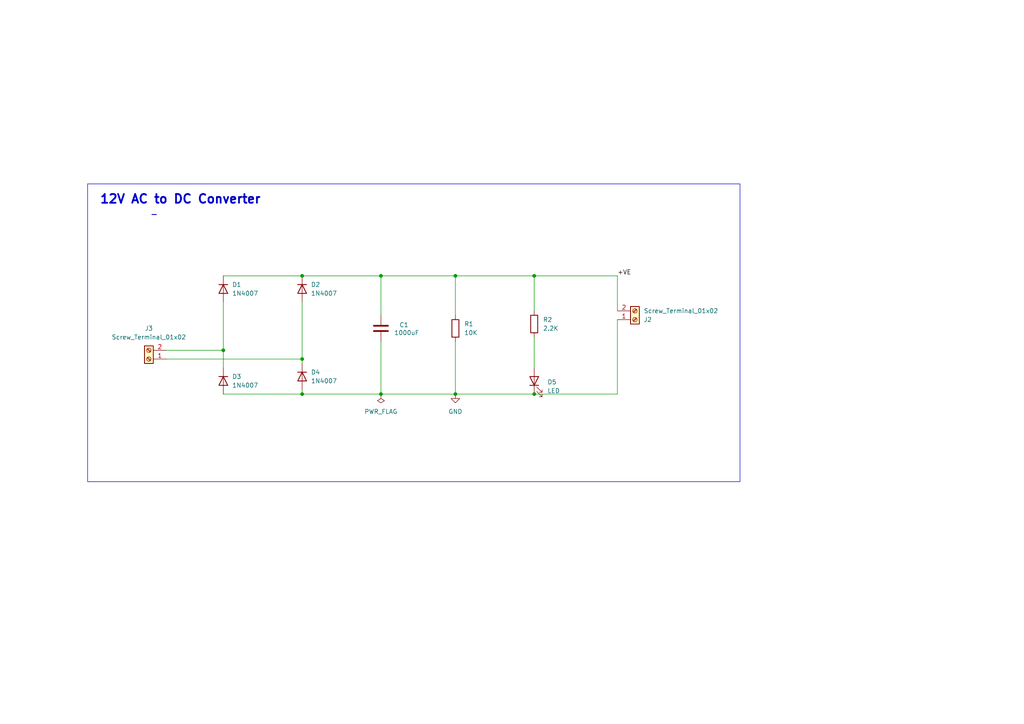
<source format=kicad_sch>
(kicad_sch
	(version 20250114)
	(generator "eeschema")
	(generator_version "9.0")
	(uuid "c9f33882-4367-4e72-8c90-9d623566e789")
	(paper "A4")
	(title_block
		(title "AC to DC converter circuit ")
		(date "2025-06-17")
		(company "DigiToad")
		(comment 1 "Design By - Engineer Kritika")
	)
	(lib_symbols
		(symbol "Connector:Screw_Terminal_01x02"
			(pin_names
				(offset 1.016)
				(hide yes)
			)
			(exclude_from_sim no)
			(in_bom yes)
			(on_board yes)
			(property "Reference" "J"
				(at 0 2.54 0)
				(effects
					(font
						(size 1.27 1.27)
					)
				)
			)
			(property "Value" "Screw_Terminal_01x02"
				(at 0 -5.08 0)
				(effects
					(font
						(size 1.27 1.27)
					)
				)
			)
			(property "Footprint" ""
				(at 0 0 0)
				(effects
					(font
						(size 1.27 1.27)
					)
					(hide yes)
				)
			)
			(property "Datasheet" "~"
				(at 0 0 0)
				(effects
					(font
						(size 1.27 1.27)
					)
					(hide yes)
				)
			)
			(property "Description" "Generic screw terminal, single row, 01x02, script generated (kicad-library-utils/schlib/autogen/connector/)"
				(at 0 0 0)
				(effects
					(font
						(size 1.27 1.27)
					)
					(hide yes)
				)
			)
			(property "ki_keywords" "screw terminal"
				(at 0 0 0)
				(effects
					(font
						(size 1.27 1.27)
					)
					(hide yes)
				)
			)
			(property "ki_fp_filters" "TerminalBlock*:*"
				(at 0 0 0)
				(effects
					(font
						(size 1.27 1.27)
					)
					(hide yes)
				)
			)
			(symbol "Screw_Terminal_01x02_1_1"
				(rectangle
					(start -1.27 1.27)
					(end 1.27 -3.81)
					(stroke
						(width 0.254)
						(type default)
					)
					(fill
						(type background)
					)
				)
				(polyline
					(pts
						(xy -0.5334 0.3302) (xy 0.3302 -0.508)
					)
					(stroke
						(width 0.1524)
						(type default)
					)
					(fill
						(type none)
					)
				)
				(polyline
					(pts
						(xy -0.5334 -2.2098) (xy 0.3302 -3.048)
					)
					(stroke
						(width 0.1524)
						(type default)
					)
					(fill
						(type none)
					)
				)
				(polyline
					(pts
						(xy -0.3556 0.508) (xy 0.508 -0.3302)
					)
					(stroke
						(width 0.1524)
						(type default)
					)
					(fill
						(type none)
					)
				)
				(polyline
					(pts
						(xy -0.3556 -2.032) (xy 0.508 -2.8702)
					)
					(stroke
						(width 0.1524)
						(type default)
					)
					(fill
						(type none)
					)
				)
				(circle
					(center 0 0)
					(radius 0.635)
					(stroke
						(width 0.1524)
						(type default)
					)
					(fill
						(type none)
					)
				)
				(circle
					(center 0 -2.54)
					(radius 0.635)
					(stroke
						(width 0.1524)
						(type default)
					)
					(fill
						(type none)
					)
				)
				(pin passive line
					(at -5.08 0 0)
					(length 3.81)
					(name "Pin_1"
						(effects
							(font
								(size 1.27 1.27)
							)
						)
					)
					(number "1"
						(effects
							(font
								(size 1.27 1.27)
							)
						)
					)
				)
				(pin passive line
					(at -5.08 -2.54 0)
					(length 3.81)
					(name "Pin_2"
						(effects
							(font
								(size 1.27 1.27)
							)
						)
					)
					(number "2"
						(effects
							(font
								(size 1.27 1.27)
							)
						)
					)
				)
			)
			(embedded_fonts no)
		)
		(symbol "Device:C"
			(pin_numbers
				(hide yes)
			)
			(pin_names
				(offset 0.254)
			)
			(exclude_from_sim no)
			(in_bom yes)
			(on_board yes)
			(property "Reference" "C"
				(at 0.635 2.54 0)
				(effects
					(font
						(size 1.27 1.27)
					)
					(justify left)
				)
			)
			(property "Value" "C"
				(at 0.635 -2.54 0)
				(effects
					(font
						(size 1.27 1.27)
					)
					(justify left)
				)
			)
			(property "Footprint" ""
				(at 0.9652 -3.81 0)
				(effects
					(font
						(size 1.27 1.27)
					)
					(hide yes)
				)
			)
			(property "Datasheet" "~"
				(at 0 0 0)
				(effects
					(font
						(size 1.27 1.27)
					)
					(hide yes)
				)
			)
			(property "Description" "Unpolarized capacitor"
				(at 0 0 0)
				(effects
					(font
						(size 1.27 1.27)
					)
					(hide yes)
				)
			)
			(property "ki_keywords" "cap capacitor"
				(at 0 0 0)
				(effects
					(font
						(size 1.27 1.27)
					)
					(hide yes)
				)
			)
			(property "ki_fp_filters" "C_*"
				(at 0 0 0)
				(effects
					(font
						(size 1.27 1.27)
					)
					(hide yes)
				)
			)
			(symbol "C_0_1"
				(polyline
					(pts
						(xy -2.032 0.762) (xy 2.032 0.762)
					)
					(stroke
						(width 0.508)
						(type default)
					)
					(fill
						(type none)
					)
				)
				(polyline
					(pts
						(xy -2.032 -0.762) (xy 2.032 -0.762)
					)
					(stroke
						(width 0.508)
						(type default)
					)
					(fill
						(type none)
					)
				)
			)
			(symbol "C_1_1"
				(pin passive line
					(at 0 3.81 270)
					(length 2.794)
					(name "~"
						(effects
							(font
								(size 1.27 1.27)
							)
						)
					)
					(number "1"
						(effects
							(font
								(size 1.27 1.27)
							)
						)
					)
				)
				(pin passive line
					(at 0 -3.81 90)
					(length 2.794)
					(name "~"
						(effects
							(font
								(size 1.27 1.27)
							)
						)
					)
					(number "2"
						(effects
							(font
								(size 1.27 1.27)
							)
						)
					)
				)
			)
			(embedded_fonts no)
		)
		(symbol "Device:LED"
			(pin_numbers
				(hide yes)
			)
			(pin_names
				(offset 1.016)
				(hide yes)
			)
			(exclude_from_sim no)
			(in_bom yes)
			(on_board yes)
			(property "Reference" "D"
				(at 0 2.54 0)
				(effects
					(font
						(size 1.27 1.27)
					)
				)
			)
			(property "Value" "LED"
				(at 0 -2.54 0)
				(effects
					(font
						(size 1.27 1.27)
					)
				)
			)
			(property "Footprint" ""
				(at 0 0 0)
				(effects
					(font
						(size 1.27 1.27)
					)
					(hide yes)
				)
			)
			(property "Datasheet" "~"
				(at 0 0 0)
				(effects
					(font
						(size 1.27 1.27)
					)
					(hide yes)
				)
			)
			(property "Description" "Light emitting diode"
				(at 0 0 0)
				(effects
					(font
						(size 1.27 1.27)
					)
					(hide yes)
				)
			)
			(property "Sim.Pins" "1=K 2=A"
				(at 0 0 0)
				(effects
					(font
						(size 1.27 1.27)
					)
					(hide yes)
				)
			)
			(property "ki_keywords" "LED diode"
				(at 0 0 0)
				(effects
					(font
						(size 1.27 1.27)
					)
					(hide yes)
				)
			)
			(property "ki_fp_filters" "LED* LED_SMD:* LED_THT:*"
				(at 0 0 0)
				(effects
					(font
						(size 1.27 1.27)
					)
					(hide yes)
				)
			)
			(symbol "LED_0_1"
				(polyline
					(pts
						(xy -3.048 -0.762) (xy -4.572 -2.286) (xy -3.81 -2.286) (xy -4.572 -2.286) (xy -4.572 -1.524)
					)
					(stroke
						(width 0)
						(type default)
					)
					(fill
						(type none)
					)
				)
				(polyline
					(pts
						(xy -1.778 -0.762) (xy -3.302 -2.286) (xy -2.54 -2.286) (xy -3.302 -2.286) (xy -3.302 -1.524)
					)
					(stroke
						(width 0)
						(type default)
					)
					(fill
						(type none)
					)
				)
				(polyline
					(pts
						(xy -1.27 0) (xy 1.27 0)
					)
					(stroke
						(width 0)
						(type default)
					)
					(fill
						(type none)
					)
				)
				(polyline
					(pts
						(xy -1.27 -1.27) (xy -1.27 1.27)
					)
					(stroke
						(width 0.254)
						(type default)
					)
					(fill
						(type none)
					)
				)
				(polyline
					(pts
						(xy 1.27 -1.27) (xy 1.27 1.27) (xy -1.27 0) (xy 1.27 -1.27)
					)
					(stroke
						(width 0.254)
						(type default)
					)
					(fill
						(type none)
					)
				)
			)
			(symbol "LED_1_1"
				(pin passive line
					(at -3.81 0 0)
					(length 2.54)
					(name "K"
						(effects
							(font
								(size 1.27 1.27)
							)
						)
					)
					(number "1"
						(effects
							(font
								(size 1.27 1.27)
							)
						)
					)
				)
				(pin passive line
					(at 3.81 0 180)
					(length 2.54)
					(name "A"
						(effects
							(font
								(size 1.27 1.27)
							)
						)
					)
					(number "2"
						(effects
							(font
								(size 1.27 1.27)
							)
						)
					)
				)
			)
			(embedded_fonts no)
		)
		(symbol "Device:R"
			(pin_numbers
				(hide yes)
			)
			(pin_names
				(offset 0)
			)
			(exclude_from_sim no)
			(in_bom yes)
			(on_board yes)
			(property "Reference" "R"
				(at 2.032 0 90)
				(effects
					(font
						(size 1.27 1.27)
					)
				)
			)
			(property "Value" "R"
				(at 0 0 90)
				(effects
					(font
						(size 1.27 1.27)
					)
				)
			)
			(property "Footprint" ""
				(at -1.778 0 90)
				(effects
					(font
						(size 1.27 1.27)
					)
					(hide yes)
				)
			)
			(property "Datasheet" "~"
				(at 0 0 0)
				(effects
					(font
						(size 1.27 1.27)
					)
					(hide yes)
				)
			)
			(property "Description" "Resistor"
				(at 0 0 0)
				(effects
					(font
						(size 1.27 1.27)
					)
					(hide yes)
				)
			)
			(property "ki_keywords" "R res resistor"
				(at 0 0 0)
				(effects
					(font
						(size 1.27 1.27)
					)
					(hide yes)
				)
			)
			(property "ki_fp_filters" "R_*"
				(at 0 0 0)
				(effects
					(font
						(size 1.27 1.27)
					)
					(hide yes)
				)
			)
			(symbol "R_0_1"
				(rectangle
					(start -1.016 -2.54)
					(end 1.016 2.54)
					(stroke
						(width 0.254)
						(type default)
					)
					(fill
						(type none)
					)
				)
			)
			(symbol "R_1_1"
				(pin passive line
					(at 0 3.81 270)
					(length 1.27)
					(name "~"
						(effects
							(font
								(size 1.27 1.27)
							)
						)
					)
					(number "1"
						(effects
							(font
								(size 1.27 1.27)
							)
						)
					)
				)
				(pin passive line
					(at 0 -3.81 90)
					(length 1.27)
					(name "~"
						(effects
							(font
								(size 1.27 1.27)
							)
						)
					)
					(number "2"
						(effects
							(font
								(size 1.27 1.27)
							)
						)
					)
				)
			)
			(embedded_fonts no)
		)
		(symbol "Diode:1N4007"
			(pin_numbers
				(hide yes)
			)
			(pin_names
				(hide yes)
			)
			(exclude_from_sim no)
			(in_bom yes)
			(on_board yes)
			(property "Reference" "D"
				(at 0 2.54 0)
				(effects
					(font
						(size 1.27 1.27)
					)
				)
			)
			(property "Value" "1N4007"
				(at 0 -2.54 0)
				(effects
					(font
						(size 1.27 1.27)
					)
				)
			)
			(property "Footprint" "Diode_THT:D_DO-41_SOD81_P10.16mm_Horizontal"
				(at 0 -4.445 0)
				(effects
					(font
						(size 1.27 1.27)
					)
					(hide yes)
				)
			)
			(property "Datasheet" "http://www.vishay.com/docs/88503/1n4001.pdf"
				(at 0 0 0)
				(effects
					(font
						(size 1.27 1.27)
					)
					(hide yes)
				)
			)
			(property "Description" "1000V 1A General Purpose Rectifier Diode, DO-41"
				(at 0 0 0)
				(effects
					(font
						(size 1.27 1.27)
					)
					(hide yes)
				)
			)
			(property "Sim.Device" "D"
				(at 0 0 0)
				(effects
					(font
						(size 1.27 1.27)
					)
					(hide yes)
				)
			)
			(property "Sim.Pins" "1=K 2=A"
				(at 0 0 0)
				(effects
					(font
						(size 1.27 1.27)
					)
					(hide yes)
				)
			)
			(property "ki_keywords" "diode"
				(at 0 0 0)
				(effects
					(font
						(size 1.27 1.27)
					)
					(hide yes)
				)
			)
			(property "ki_fp_filters" "D*DO?41*"
				(at 0 0 0)
				(effects
					(font
						(size 1.27 1.27)
					)
					(hide yes)
				)
			)
			(symbol "1N4007_0_1"
				(polyline
					(pts
						(xy -1.27 1.27) (xy -1.27 -1.27)
					)
					(stroke
						(width 0.254)
						(type default)
					)
					(fill
						(type none)
					)
				)
				(polyline
					(pts
						(xy 1.27 1.27) (xy 1.27 -1.27) (xy -1.27 0) (xy 1.27 1.27)
					)
					(stroke
						(width 0.254)
						(type default)
					)
					(fill
						(type none)
					)
				)
				(polyline
					(pts
						(xy 1.27 0) (xy -1.27 0)
					)
					(stroke
						(width 0)
						(type default)
					)
					(fill
						(type none)
					)
				)
			)
			(symbol "1N4007_1_1"
				(pin passive line
					(at -3.81 0 0)
					(length 2.54)
					(name "K"
						(effects
							(font
								(size 1.27 1.27)
							)
						)
					)
					(number "1"
						(effects
							(font
								(size 1.27 1.27)
							)
						)
					)
				)
				(pin passive line
					(at 3.81 0 180)
					(length 2.54)
					(name "A"
						(effects
							(font
								(size 1.27 1.27)
							)
						)
					)
					(number "2"
						(effects
							(font
								(size 1.27 1.27)
							)
						)
					)
				)
			)
			(embedded_fonts no)
		)
		(symbol "power:GND"
			(power)
			(pin_numbers
				(hide yes)
			)
			(pin_names
				(offset 0)
				(hide yes)
			)
			(exclude_from_sim no)
			(in_bom yes)
			(on_board yes)
			(property "Reference" "#PWR"
				(at 0 -6.35 0)
				(effects
					(font
						(size 1.27 1.27)
					)
					(hide yes)
				)
			)
			(property "Value" "GND"
				(at 0 -3.81 0)
				(effects
					(font
						(size 1.27 1.27)
					)
				)
			)
			(property "Footprint" ""
				(at 0 0 0)
				(effects
					(font
						(size 1.27 1.27)
					)
					(hide yes)
				)
			)
			(property "Datasheet" ""
				(at 0 0 0)
				(effects
					(font
						(size 1.27 1.27)
					)
					(hide yes)
				)
			)
			(property "Description" "Power symbol creates a global label with name \"GND\" , ground"
				(at 0 0 0)
				(effects
					(font
						(size 1.27 1.27)
					)
					(hide yes)
				)
			)
			(property "ki_keywords" "global power"
				(at 0 0 0)
				(effects
					(font
						(size 1.27 1.27)
					)
					(hide yes)
				)
			)
			(symbol "GND_0_1"
				(polyline
					(pts
						(xy 0 0) (xy 0 -1.27) (xy 1.27 -1.27) (xy 0 -2.54) (xy -1.27 -1.27) (xy 0 -1.27)
					)
					(stroke
						(width 0)
						(type default)
					)
					(fill
						(type none)
					)
				)
			)
			(symbol "GND_1_1"
				(pin power_in line
					(at 0 0 270)
					(length 0)
					(name "~"
						(effects
							(font
								(size 1.27 1.27)
							)
						)
					)
					(number "1"
						(effects
							(font
								(size 1.27 1.27)
							)
						)
					)
				)
			)
			(embedded_fonts no)
		)
		(symbol "power:PWR_FLAG"
			(power)
			(pin_numbers
				(hide yes)
			)
			(pin_names
				(offset 0)
				(hide yes)
			)
			(exclude_from_sim no)
			(in_bom yes)
			(on_board yes)
			(property "Reference" "#FLG"
				(at 0 1.905 0)
				(effects
					(font
						(size 1.27 1.27)
					)
					(hide yes)
				)
			)
			(property "Value" "PWR_FLAG"
				(at 0 3.81 0)
				(effects
					(font
						(size 1.27 1.27)
					)
				)
			)
			(property "Footprint" ""
				(at 0 0 0)
				(effects
					(font
						(size 1.27 1.27)
					)
					(hide yes)
				)
			)
			(property "Datasheet" "~"
				(at 0 0 0)
				(effects
					(font
						(size 1.27 1.27)
					)
					(hide yes)
				)
			)
			(property "Description" "Special symbol for telling ERC where power comes from"
				(at 0 0 0)
				(effects
					(font
						(size 1.27 1.27)
					)
					(hide yes)
				)
			)
			(property "ki_keywords" "flag power"
				(at 0 0 0)
				(effects
					(font
						(size 1.27 1.27)
					)
					(hide yes)
				)
			)
			(symbol "PWR_FLAG_0_0"
				(pin power_out line
					(at 0 0 90)
					(length 0)
					(name "~"
						(effects
							(font
								(size 1.27 1.27)
							)
						)
					)
					(number "1"
						(effects
							(font
								(size 1.27 1.27)
							)
						)
					)
				)
			)
			(symbol "PWR_FLAG_0_1"
				(polyline
					(pts
						(xy 0 0) (xy 0 1.27) (xy -1.016 1.905) (xy 0 2.54) (xy 1.016 1.905) (xy 0 1.27)
					)
					(stroke
						(width 0)
						(type default)
					)
					(fill
						(type none)
					)
				)
			)
			(embedded_fonts no)
		)
	)
	(text "12V AC to DC converter"
		(exclude_from_sim no)
		(at 44.704 62.484 0)
		(effects
			(font
				(size 0.0762 0.0762)
				(thickness 0.254)
				(bold yes)
			)
		)
		(uuid "a3557731-6888-4679-b489-9aaad061921c")
	)
	(text "12V AC to DC Converter"
		(exclude_from_sim no)
		(at 52.324 57.912 0)
		(effects
			(font
				(size 2.54 2.54)
				(thickness 0.508)
				(bold yes)
			)
		)
		(uuid "b4dd563a-6357-44fe-9310-a8e02bc0c54e")
	)
	(text_box ""
		(exclude_from_sim no)
		(at 25.4 53.34 0)
		(size 189.23 86.36)
		(margins 0.9525 0.9525 0.9525 0.9525)
		(stroke
			(width 0)
			(type solid)
		)
		(fill
			(type none)
		)
		(effects
			(font
				(size 1.27 1.27)
			)
			(justify left top)
		)
		(uuid "4ebf0f1f-1dbb-4852-819e-b4941a05a0e4")
	)
	(junction
		(at 110.49 80.01)
		(diameter 0)
		(color 0 0 0 0)
		(uuid "28537aaf-ae77-4d92-86e2-c5bb38be82e2")
	)
	(junction
		(at 154.94 114.3)
		(diameter 0)
		(color 0 0 0 0)
		(uuid "3adf9a41-147b-4a02-9414-e6788b675a2e")
	)
	(junction
		(at 154.94 80.01)
		(diameter 0)
		(color 0 0 0 0)
		(uuid "3b45150b-c1a5-460a-b17a-97d06b402987")
	)
	(junction
		(at 87.63 114.3)
		(diameter 0)
		(color 0 0 0 0)
		(uuid "4f065a3e-0cda-4903-93e0-c0028c8c3359")
	)
	(junction
		(at 87.63 80.01)
		(diameter 0)
		(color 0 0 0 0)
		(uuid "6df5ebe0-b245-497d-81ce-e6d81ca2aacd")
	)
	(junction
		(at 132.08 80.01)
		(diameter 0)
		(color 0 0 0 0)
		(uuid "84cfd702-759a-4172-9778-ca61c3327732")
	)
	(junction
		(at 110.49 114.3)
		(diameter 0)
		(color 0 0 0 0)
		(uuid "92b41b13-7f88-4c9d-9477-bdad569ce87b")
	)
	(junction
		(at 87.63 104.14)
		(diameter 0)
		(color 0 0 0 0)
		(uuid "aeabddca-dff0-4e8a-b0dd-7c582006cd6a")
	)
	(junction
		(at 132.08 114.3)
		(diameter 0)
		(color 0 0 0 0)
		(uuid "c4636f42-5e29-4637-892b-31a7d73fb255")
	)
	(junction
		(at 64.77 101.6)
		(diameter 0)
		(color 0 0 0 0)
		(uuid "f56d6a72-43ac-470f-af82-da120202d2df")
	)
	(wire
		(pts
			(xy 154.94 90.17) (xy 154.94 80.01)
		)
		(stroke
			(width 0)
			(type default)
		)
		(uuid "04be554e-c313-46ba-9cb2-c963af892710")
	)
	(wire
		(pts
			(xy 154.94 97.79) (xy 154.94 106.68)
		)
		(stroke
			(width 0)
			(type default)
		)
		(uuid "0cb2126a-486d-4e19-ac68-d92100d65b65")
	)
	(wire
		(pts
			(xy 87.63 114.3) (xy 87.63 113.03)
		)
		(stroke
			(width 0)
			(type default)
		)
		(uuid "3d5f8e75-4bc8-4229-b71a-34e5b4c9fcad")
	)
	(wire
		(pts
			(xy 87.63 80.01) (xy 110.49 80.01)
		)
		(stroke
			(width 0)
			(type default)
		)
		(uuid "40698712-2559-4c2a-9c00-4803e3e1e709")
	)
	(wire
		(pts
			(xy 48.26 104.14) (xy 87.63 104.14)
		)
		(stroke
			(width 0)
			(type default)
		)
		(uuid "53778ebd-4697-4e61-b001-634833a80ff3")
	)
	(wire
		(pts
			(xy 110.49 99.06) (xy 110.49 114.3)
		)
		(stroke
			(width 0)
			(type default)
		)
		(uuid "67a5a148-d3b9-4705-b500-a3dd1bd0ceed")
	)
	(wire
		(pts
			(xy 154.94 80.01) (xy 179.07 80.01)
		)
		(stroke
			(width 0)
			(type default)
		)
		(uuid "758cc78b-f3ea-4c68-bf8c-27ba8a549aa2")
	)
	(wire
		(pts
			(xy 179.07 90.17) (xy 179.07 80.01)
		)
		(stroke
			(width 0)
			(type default)
		)
		(uuid "78048e5c-d5c6-4221-936b-fedc7ee2bec5")
	)
	(wire
		(pts
			(xy 64.77 80.01) (xy 87.63 80.01)
		)
		(stroke
			(width 0)
			(type default)
		)
		(uuid "845ecdd7-9850-4057-bc46-c25f6d904a10")
	)
	(wire
		(pts
			(xy 132.08 80.01) (xy 154.94 80.01)
		)
		(stroke
			(width 0)
			(type default)
		)
		(uuid "8d1c1a18-fd87-431e-aba9-e1f262d3cd9e")
	)
	(wire
		(pts
			(xy 87.63 87.63) (xy 87.63 104.14)
		)
		(stroke
			(width 0)
			(type default)
		)
		(uuid "8eceae16-39ab-4bad-b2fe-b929a2ed1c1c")
	)
	(wire
		(pts
			(xy 132.08 99.06) (xy 132.08 114.3)
		)
		(stroke
			(width 0)
			(type default)
		)
		(uuid "90804eb0-2c04-4ffe-a0c5-ff7a740e2395")
	)
	(wire
		(pts
			(xy 110.49 80.01) (xy 132.08 80.01)
		)
		(stroke
			(width 0)
			(type default)
		)
		(uuid "91d56fec-35be-4a82-9d8f-97c7600648af")
	)
	(wire
		(pts
			(xy 64.77 101.6) (xy 64.77 106.68)
		)
		(stroke
			(width 0)
			(type default)
		)
		(uuid "9835c686-cb7f-4f53-a1b7-58053bd1c738")
	)
	(wire
		(pts
			(xy 87.63 104.14) (xy 87.63 105.41)
		)
		(stroke
			(width 0)
			(type default)
		)
		(uuid "a682cf38-65c5-4d02-978a-991f18508f7c")
	)
	(wire
		(pts
			(xy 154.94 114.3) (xy 179.07 114.3)
		)
		(stroke
			(width 0)
			(type default)
		)
		(uuid "bf1deb48-05f2-4cf6-adc3-c0cb42f62f29")
	)
	(wire
		(pts
			(xy 132.08 114.3) (xy 110.49 114.3)
		)
		(stroke
			(width 0)
			(type default)
		)
		(uuid "d1743210-f8b9-43ab-a289-14b444f75de7")
	)
	(wire
		(pts
			(xy 48.26 101.6) (xy 64.77 101.6)
		)
		(stroke
			(width 0)
			(type default)
		)
		(uuid "d22ac742-46c8-42fa-9fd7-cbc36fed92e5")
	)
	(wire
		(pts
			(xy 64.77 114.3) (xy 87.63 114.3)
		)
		(stroke
			(width 0)
			(type default)
		)
		(uuid "d4b606f0-23f5-4d9b-bfea-5914d7be4808")
	)
	(wire
		(pts
			(xy 132.08 114.3) (xy 154.94 114.3)
		)
		(stroke
			(width 0)
			(type default)
		)
		(uuid "da710c6f-eae9-483e-80a0-ab9f2a19fb5e")
	)
	(wire
		(pts
			(xy 179.07 92.71) (xy 179.07 114.3)
		)
		(stroke
			(width 0)
			(type default)
		)
		(uuid "e9d6dbbf-3746-4636-a9a4-64876e281ecb")
	)
	(wire
		(pts
			(xy 87.63 114.3) (xy 110.49 114.3)
		)
		(stroke
			(width 0)
			(type default)
		)
		(uuid "f1fdaf95-a4ba-48ad-8161-8a44c98711bc")
	)
	(wire
		(pts
			(xy 110.49 91.44) (xy 110.49 80.01)
		)
		(stroke
			(width 0)
			(type default)
		)
		(uuid "f388f5ad-3cfa-4ed7-840b-867ccb178065")
	)
	(wire
		(pts
			(xy 64.77 87.63) (xy 64.77 101.6)
		)
		(stroke
			(width 0)
			(type default)
		)
		(uuid "f448f656-ac10-43a6-b86f-ebd907d1c261")
	)
	(wire
		(pts
			(xy 132.08 80.01) (xy 132.08 91.44)
		)
		(stroke
			(width 0)
			(type default)
		)
		(uuid "ff267fb9-e379-4928-a75d-2e9aa3a02859")
	)
	(label "+VE"
		(at 179.07 80.01 0)
		(effects
			(font
				(size 1.27 1.27)
			)
			(justify left bottom)
		)
		(uuid "0110c15a-ad32-484f-b8dd-9d6f3e521383")
	)
	(symbol
		(lib_id "Device:C")
		(at 110.49 95.25 0)
		(unit 1)
		(exclude_from_sim no)
		(in_bom yes)
		(on_board yes)
		(dnp no)
		(uuid "14125eeb-a4c4-421c-9b8e-cac51f7220d3")
		(property "Reference" "C1"
			(at 115.824 94.234 0)
			(effects
				(font
					(size 1.27 1.27)
				)
				(justify left)
			)
		)
		(property "Value" "1000uF"
			(at 114.3 96.5199 0)
			(effects
				(font
					(size 1.27 1.27)
				)
				(justify left)
			)
		)
		(property "Footprint" "Capacitor_THT:C_Radial_D8.0mm_H11.5mm_P3.50mm"
			(at 111.4552 99.06 0)
			(effects
				(font
					(size 1.27 1.27)
				)
				(hide yes)
			)
		)
		(property "Datasheet" "~"
			(at 110.49 95.25 0)
			(effects
				(font
					(size 1.27 1.27)
				)
				(hide yes)
			)
		)
		(property "Description" "Unpolarized capacitor"
			(at 110.49 95.25 0)
			(effects
				(font
					(size 1.27 1.27)
				)
				(hide yes)
			)
		)
		(pin "1"
			(uuid "b38ff9db-9f6d-4a49-97fd-3acf71b6b43b")
		)
		(pin "2"
			(uuid "57b7c387-609e-4a3f-bd12-3a1a01d66ff9")
		)
		(instances
			(project ""
				(path "/c9f33882-4367-4e72-8c90-9d623566e789"
					(reference "C1")
					(unit 1)
				)
			)
		)
	)
	(symbol
		(lib_id "Connector:Screw_Terminal_01x02")
		(at 43.18 104.14 180)
		(unit 1)
		(exclude_from_sim no)
		(in_bom yes)
		(on_board yes)
		(dnp no)
		(fields_autoplaced yes)
		(uuid "22a1f7d6-44cd-43c7-bbc0-666b53f5da0d")
		(property "Reference" "J3"
			(at 43.18 95.25 0)
			(effects
				(font
					(size 1.27 1.27)
				)
			)
		)
		(property "Value" "Screw_Terminal_01x02"
			(at 43.18 97.79 0)
			(effects
				(font
					(size 1.27 1.27)
				)
			)
		)
		(property "Footprint" "TerminalBlock:TerminalBlock_bornier-2_P5.08mm"
			(at 43.18 104.14 0)
			(effects
				(font
					(size 1.27 1.27)
				)
				(hide yes)
			)
		)
		(property "Datasheet" "~"
			(at 43.18 104.14 0)
			(effects
				(font
					(size 1.27 1.27)
				)
				(hide yes)
			)
		)
		(property "Description" "Generic screw terminal, single row, 01x02, script generated (kicad-library-utils/schlib/autogen/connector/)"
			(at 43.18 104.14 0)
			(effects
				(font
					(size 1.27 1.27)
				)
				(hide yes)
			)
		)
		(pin "1"
			(uuid "0b092c6e-ecb0-42af-b9a1-2f367ea1375c")
		)
		(pin "2"
			(uuid "2f3ed401-7c7d-4713-8969-4821ca28ee15")
		)
		(instances
			(project "STM32_GPS_Tracker"
				(path "/c9f33882-4367-4e72-8c90-9d623566e789"
					(reference "J3")
					(unit 1)
				)
			)
		)
	)
	(symbol
		(lib_id "Device:R")
		(at 154.94 93.98 0)
		(unit 1)
		(exclude_from_sim no)
		(in_bom yes)
		(on_board yes)
		(dnp no)
		(fields_autoplaced yes)
		(uuid "570b62a8-be72-4fea-aa39-c152f79c81c5")
		(property "Reference" "R2"
			(at 157.48 92.7099 0)
			(effects
				(font
					(size 1.27 1.27)
				)
				(justify left)
			)
		)
		(property "Value" "2.2K"
			(at 157.48 95.2499 0)
			(effects
				(font
					(size 1.27 1.27)
				)
				(justify left)
			)
		)
		(property "Footprint" "Resistor_THT:R_Axial_DIN0204_L3.6mm_D1.6mm_P7.62mm_Horizontal"
			(at 153.162 93.98 90)
			(effects
				(font
					(size 1.27 1.27)
				)
				(hide yes)
			)
		)
		(property "Datasheet" "~"
			(at 154.94 93.98 0)
			(effects
				(font
					(size 1.27 1.27)
				)
				(hide yes)
			)
		)
		(property "Description" "Resistor"
			(at 154.94 93.98 0)
			(effects
				(font
					(size 1.27 1.27)
				)
				(hide yes)
			)
		)
		(pin "2"
			(uuid "5a75712b-6ff3-407b-8ddb-e10e46885f01")
		)
		(pin "1"
			(uuid "882aca4e-ea32-4679-94fa-dcbfaa7b16bc")
		)
		(instances
			(project "STM32_GPS_Tracker"
				(path "/c9f33882-4367-4e72-8c90-9d623566e789"
					(reference "R2")
					(unit 1)
				)
			)
		)
	)
	(symbol
		(lib_id "Diode:1N4007")
		(at 64.77 110.49 270)
		(unit 1)
		(exclude_from_sim no)
		(in_bom yes)
		(on_board yes)
		(dnp no)
		(fields_autoplaced yes)
		(uuid "692feb4e-0ac9-45e6-9d1d-4f0821eb37ef")
		(property "Reference" "D3"
			(at 67.31 109.2199 90)
			(effects
				(font
					(size 1.27 1.27)
				)
				(justify left)
			)
		)
		(property "Value" "1N4007"
			(at 67.31 111.7599 90)
			(effects
				(font
					(size 1.27 1.27)
				)
				(justify left)
			)
		)
		(property "Footprint" "Diode_THT:D_DO-41_SOD81_P10.16mm_Horizontal"
			(at 60.325 110.49 0)
			(effects
				(font
					(size 1.27 1.27)
				)
				(hide yes)
			)
		)
		(property "Datasheet" "http://www.vishay.com/docs/88503/1n4001.pdf"
			(at 64.77 110.49 0)
			(effects
				(font
					(size 1.27 1.27)
				)
				(hide yes)
			)
		)
		(property "Description" "1000V 1A General Purpose Rectifier Diode, DO-41"
			(at 64.77 110.49 0)
			(effects
				(font
					(size 1.27 1.27)
				)
				(hide yes)
			)
		)
		(property "Sim.Device" "D"
			(at 64.77 110.49 0)
			(effects
				(font
					(size 1.27 1.27)
				)
				(hide yes)
			)
		)
		(property "Sim.Pins" "1=K 2=A"
			(at 64.77 110.49 0)
			(effects
				(font
					(size 1.27 1.27)
				)
				(hide yes)
			)
		)
		(pin "2"
			(uuid "3caf24ad-499b-4f06-9f90-9b2482c48c90")
		)
		(pin "1"
			(uuid "89cf2a46-f397-4e07-8fb8-698bb2120f40")
		)
		(instances
			(project "STM32_GPS_Tracker"
				(path "/c9f33882-4367-4e72-8c90-9d623566e789"
					(reference "D3")
					(unit 1)
				)
			)
		)
	)
	(symbol
		(lib_id "Device:LED")
		(at 154.94 110.49 90)
		(unit 1)
		(exclude_from_sim no)
		(in_bom yes)
		(on_board yes)
		(dnp no)
		(fields_autoplaced yes)
		(uuid "6f07f5ac-89d8-4973-8b1e-a5a7694cc34b")
		(property "Reference" "D5"
			(at 158.75 110.8074 90)
			(effects
				(font
					(size 1.27 1.27)
				)
				(justify right)
			)
		)
		(property "Value" "LED"
			(at 158.75 113.3474 90)
			(effects
				(font
					(size 1.27 1.27)
				)
				(justify right)
			)
		)
		(property "Footprint" "LED_THT:LED_D5.0mm"
			(at 154.94 110.49 0)
			(effects
				(font
					(size 1.27 1.27)
				)
				(hide yes)
			)
		)
		(property "Datasheet" "~"
			(at 154.94 110.49 0)
			(effects
				(font
					(size 1.27 1.27)
				)
				(hide yes)
			)
		)
		(property "Description" "Light emitting diode"
			(at 154.94 110.49 0)
			(effects
				(font
					(size 1.27 1.27)
				)
				(hide yes)
			)
		)
		(property "Sim.Pins" "1=K 2=A"
			(at 154.94 110.49 0)
			(effects
				(font
					(size 1.27 1.27)
				)
				(hide yes)
			)
		)
		(pin "1"
			(uuid "f18a81bc-6471-4dea-863f-de3321be6fcf")
		)
		(pin "2"
			(uuid "bc8ddeba-5e87-42ea-8901-4ff64ee0568b")
		)
		(instances
			(project ""
				(path "/c9f33882-4367-4e72-8c90-9d623566e789"
					(reference "D5")
					(unit 1)
				)
			)
		)
	)
	(symbol
		(lib_id "Diode:1N4007")
		(at 87.63 109.22 270)
		(unit 1)
		(exclude_from_sim no)
		(in_bom yes)
		(on_board yes)
		(dnp no)
		(fields_autoplaced yes)
		(uuid "83460794-fbea-4fa7-ba7d-2bb2ef7bb800")
		(property "Reference" "D4"
			(at 90.17 107.9499 90)
			(effects
				(font
					(size 1.27 1.27)
				)
				(justify left)
			)
		)
		(property "Value" "1N4007"
			(at 90.17 110.4899 90)
			(effects
				(font
					(size 1.27 1.27)
				)
				(justify left)
			)
		)
		(property "Footprint" "Diode_THT:D_DO-41_SOD81_P10.16mm_Horizontal"
			(at 83.185 109.22 0)
			(effects
				(font
					(size 1.27 1.27)
				)
				(hide yes)
			)
		)
		(property "Datasheet" "http://www.vishay.com/docs/88503/1n4001.pdf"
			(at 87.63 109.22 0)
			(effects
				(font
					(size 1.27 1.27)
				)
				(hide yes)
			)
		)
		(property "Description" "1000V 1A General Purpose Rectifier Diode, DO-41"
			(at 87.63 109.22 0)
			(effects
				(font
					(size 1.27 1.27)
				)
				(hide yes)
			)
		)
		(property "Sim.Device" "D"
			(at 87.63 109.22 0)
			(effects
				(font
					(size 1.27 1.27)
				)
				(hide yes)
			)
		)
		(property "Sim.Pins" "1=K 2=A"
			(at 87.63 109.22 0)
			(effects
				(font
					(size 1.27 1.27)
				)
				(hide yes)
			)
		)
		(pin "2"
			(uuid "7dd56a97-2fb8-49e9-86c2-5f35072964b7")
		)
		(pin "1"
			(uuid "76a0a038-bbef-492c-8067-a969b9c3c718")
		)
		(instances
			(project "STM32_GPS_Tracker"
				(path "/c9f33882-4367-4e72-8c90-9d623566e789"
					(reference "D4")
					(unit 1)
				)
			)
		)
	)
	(symbol
		(lib_id "Diode:1N4007")
		(at 87.63 83.82 270)
		(unit 1)
		(exclude_from_sim no)
		(in_bom yes)
		(on_board yes)
		(dnp no)
		(fields_autoplaced yes)
		(uuid "9c51e8a3-d7c9-411e-a475-f85ac5147e47")
		(property "Reference" "D2"
			(at 90.17 82.5499 90)
			(effects
				(font
					(size 1.27 1.27)
				)
				(justify left)
			)
		)
		(property "Value" "1N4007"
			(at 90.17 85.0899 90)
			(effects
				(font
					(size 1.27 1.27)
				)
				(justify left)
			)
		)
		(property "Footprint" "Diode_THT:D_DO-41_SOD81_P10.16mm_Horizontal"
			(at 83.185 83.82 0)
			(effects
				(font
					(size 1.27 1.27)
				)
				(hide yes)
			)
		)
		(property "Datasheet" "http://www.vishay.com/docs/88503/1n4001.pdf"
			(at 87.63 83.82 0)
			(effects
				(font
					(size 1.27 1.27)
				)
				(hide yes)
			)
		)
		(property "Description" "1000V 1A General Purpose Rectifier Diode, DO-41"
			(at 87.63 83.82 0)
			(effects
				(font
					(size 1.27 1.27)
				)
				(hide yes)
			)
		)
		(property "Sim.Device" "D"
			(at 87.63 83.82 0)
			(effects
				(font
					(size 1.27 1.27)
				)
				(hide yes)
			)
		)
		(property "Sim.Pins" "1=K 2=A"
			(at 87.63 83.82 0)
			(effects
				(font
					(size 1.27 1.27)
				)
				(hide yes)
			)
		)
		(pin "2"
			(uuid "1c50dd77-1ed8-4b6b-beb1-a6fd03ca0b6a")
		)
		(pin "1"
			(uuid "f2ae3a55-6426-44b6-87fb-63acb2f4f408")
		)
		(instances
			(project "STM32_GPS_Tracker"
				(path "/c9f33882-4367-4e72-8c90-9d623566e789"
					(reference "D2")
					(unit 1)
				)
			)
		)
	)
	(symbol
		(lib_id "power:PWR_FLAG")
		(at 110.49 114.3 180)
		(unit 1)
		(exclude_from_sim no)
		(in_bom yes)
		(on_board yes)
		(dnp no)
		(fields_autoplaced yes)
		(uuid "a10e1a30-111c-4c8c-9263-fbf9b0653cce")
		(property "Reference" "#FLG01"
			(at 110.49 116.205 0)
			(effects
				(font
					(size 1.27 1.27)
				)
				(hide yes)
			)
		)
		(property "Value" "PWR_FLAG"
			(at 110.49 119.38 0)
			(effects
				(font
					(size 1.27 1.27)
				)
			)
		)
		(property "Footprint" ""
			(at 110.49 114.3 0)
			(effects
				(font
					(size 1.27 1.27)
				)
				(hide yes)
			)
		)
		(property "Datasheet" "~"
			(at 110.49 114.3 0)
			(effects
				(font
					(size 1.27 1.27)
				)
				(hide yes)
			)
		)
		(property "Description" "Special symbol for telling ERC where power comes from"
			(at 110.49 114.3 0)
			(effects
				(font
					(size 1.27 1.27)
				)
				(hide yes)
			)
		)
		(pin "1"
			(uuid "922e1dd5-08cd-49e6-a515-9430c86b9e66")
		)
		(instances
			(project ""
				(path "/c9f33882-4367-4e72-8c90-9d623566e789"
					(reference "#FLG01")
					(unit 1)
				)
			)
		)
	)
	(symbol
		(lib_id "power:GND")
		(at 132.08 114.3 0)
		(unit 1)
		(exclude_from_sim no)
		(in_bom yes)
		(on_board yes)
		(dnp no)
		(fields_autoplaced yes)
		(uuid "a375a20a-14e0-4dcf-9094-bee06f5e6871")
		(property "Reference" "#PWR01"
			(at 132.08 120.65 0)
			(effects
				(font
					(size 1.27 1.27)
				)
				(hide yes)
			)
		)
		(property "Value" "GND"
			(at 132.08 119.38 0)
			(effects
				(font
					(size 1.27 1.27)
				)
			)
		)
		(property "Footprint" ""
			(at 132.08 114.3 0)
			(effects
				(font
					(size 1.27 1.27)
				)
				(hide yes)
			)
		)
		(property "Datasheet" ""
			(at 132.08 114.3 0)
			(effects
				(font
					(size 1.27 1.27)
				)
				(hide yes)
			)
		)
		(property "Description" "Power symbol creates a global label with name \"GND\" , ground"
			(at 132.08 114.3 0)
			(effects
				(font
					(size 1.27 1.27)
				)
				(hide yes)
			)
		)
		(pin "1"
			(uuid "d5457ed1-d79b-4aa3-9f81-d93904df74c7")
		)
		(instances
			(project ""
				(path "/c9f33882-4367-4e72-8c90-9d623566e789"
					(reference "#PWR01")
					(unit 1)
				)
			)
		)
	)
	(symbol
		(lib_id "Connector:Screw_Terminal_01x02")
		(at 184.15 92.71 0)
		(mirror x)
		(unit 1)
		(exclude_from_sim no)
		(in_bom yes)
		(on_board yes)
		(dnp no)
		(uuid "b549b871-997c-4f35-8a54-93b5e8084d6f")
		(property "Reference" "J2"
			(at 186.69 92.7101 0)
			(effects
				(font
					(size 1.27 1.27)
				)
				(justify left)
			)
		)
		(property "Value" "Screw_Terminal_01x02"
			(at 186.69 90.1701 0)
			(effects
				(font
					(size 1.27 1.27)
				)
				(justify left)
			)
		)
		(property "Footprint" "TerminalBlock:TerminalBlock_bornier-2_P5.08mm"
			(at 184.15 92.71 0)
			(effects
				(font
					(size 1.27 1.27)
				)
				(hide yes)
			)
		)
		(property "Datasheet" "~"
			(at 184.15 92.71 0)
			(effects
				(font
					(size 1.27 1.27)
				)
				(hide yes)
			)
		)
		(property "Description" "Generic screw terminal, single row, 01x02, script generated (kicad-library-utils/schlib/autogen/connector/)"
			(at 184.15 92.71 0)
			(effects
				(font
					(size 1.27 1.27)
				)
				(hide yes)
			)
		)
		(pin "1"
			(uuid "bd8ac33c-356a-4b64-9f6a-eb6fb8687f4a")
		)
		(pin "2"
			(uuid "94637f9e-23f0-4685-8999-1571a32418c8")
		)
		(instances
			(project "STM32_GPS_Tracker"
				(path "/c9f33882-4367-4e72-8c90-9d623566e789"
					(reference "J2")
					(unit 1)
				)
			)
		)
	)
	(symbol
		(lib_id "Device:R")
		(at 132.08 95.25 0)
		(unit 1)
		(exclude_from_sim no)
		(in_bom yes)
		(on_board yes)
		(dnp no)
		(fields_autoplaced yes)
		(uuid "caa3ec88-1853-448b-80a1-06169f44fb4a")
		(property "Reference" "R1"
			(at 134.62 93.9799 0)
			(effects
				(font
					(size 1.27 1.27)
				)
				(justify left)
			)
		)
		(property "Value" "10K"
			(at 134.62 96.5199 0)
			(effects
				(font
					(size 1.27 1.27)
				)
				(justify left)
			)
		)
		(property "Footprint" "Resistor_THT:R_Axial_DIN0204_L3.6mm_D1.6mm_P7.62mm_Horizontal"
			(at 130.302 95.25 90)
			(effects
				(font
					(size 1.27 1.27)
				)
				(hide yes)
			)
		)
		(property "Datasheet" "~"
			(at 132.08 95.25 0)
			(effects
				(font
					(size 1.27 1.27)
				)
				(hide yes)
			)
		)
		(property "Description" "Resistor"
			(at 132.08 95.25 0)
			(effects
				(font
					(size 1.27 1.27)
				)
				(hide yes)
			)
		)
		(pin "2"
			(uuid "6f40728f-6a84-4ef6-a15a-18c6074cea8c")
		)
		(pin "1"
			(uuid "4154dd04-7251-496d-820d-4d5bc87ee103")
		)
		(instances
			(project ""
				(path "/c9f33882-4367-4e72-8c90-9d623566e789"
					(reference "R1")
					(unit 1)
				)
			)
		)
	)
	(symbol
		(lib_id "Diode:1N4007")
		(at 64.77 83.82 270)
		(unit 1)
		(exclude_from_sim no)
		(in_bom yes)
		(on_board yes)
		(dnp no)
		(fields_autoplaced yes)
		(uuid "facdcfc8-ba8b-4655-8f56-1c5e2076daee")
		(property "Reference" "D1"
			(at 67.31 82.5499 90)
			(effects
				(font
					(size 1.27 1.27)
				)
				(justify left)
			)
		)
		(property "Value" "1N4007"
			(at 67.31 85.0899 90)
			(effects
				(font
					(size 1.27 1.27)
				)
				(justify left)
			)
		)
		(property "Footprint" "Diode_THT:D_DO-41_SOD81_P10.16mm_Horizontal"
			(at 60.325 83.82 0)
			(effects
				(font
					(size 1.27 1.27)
				)
				(hide yes)
			)
		)
		(property "Datasheet" "http://www.vishay.com/docs/88503/1n4001.pdf"
			(at 64.77 83.82 0)
			(effects
				(font
					(size 1.27 1.27)
				)
				(hide yes)
			)
		)
		(property "Description" "1000V 1A General Purpose Rectifier Diode, DO-41"
			(at 64.77 83.82 0)
			(effects
				(font
					(size 1.27 1.27)
				)
				(hide yes)
			)
		)
		(property "Sim.Device" "D"
			(at 64.77 83.82 0)
			(effects
				(font
					(size 1.27 1.27)
				)
				(hide yes)
			)
		)
		(property "Sim.Pins" "1=K 2=A"
			(at 64.77 83.82 0)
			(effects
				(font
					(size 1.27 1.27)
				)
				(hide yes)
			)
		)
		(pin "2"
			(uuid "3435e21f-6aa4-47ac-8d61-53da513e1876")
		)
		(pin "1"
			(uuid "31e4891c-f30f-4951-ab4b-fb7d13c30f1e")
		)
		(instances
			(project ""
				(path "/c9f33882-4367-4e72-8c90-9d623566e789"
					(reference "D1")
					(unit 1)
				)
			)
		)
	)
	(sheet_instances
		(path "/"
			(page "1")
		)
	)
	(embedded_fonts no)
)

</source>
